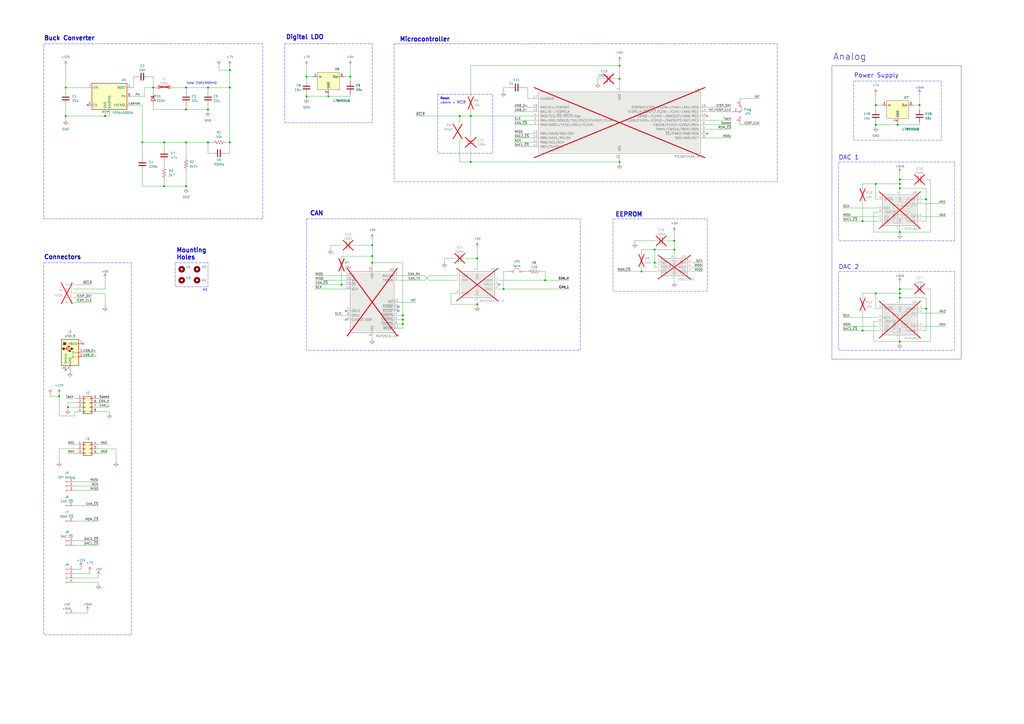
<source format=kicad_sch>
(kicad_sch (version 20250114) (generator "eeschema") (generator_version "9.0")
  (paper "A2")
  (title_block (title "CAN Gauge Interface") (date "2025-10-01") (rev "0.2") (company "Sam Anthony"))
  (rectangle (start 25.4 25.4) (end 152.4 127) (stroke (width 0) (type dash)))
  (rectangle (start 495.3 46.99) (end 546.1 81.28) (stroke (width 0) (type dash)))
  (rectangle (start 355.6 127) (end 410.21 168.91) (stroke (width 0) (type dash)))
  (rectangle (start 101.6 152.3999) (end 120.65 166.3699) (stroke (width 0) (type dash)))
  (rectangle (start 165.1 25.4) (end 215.9 71.12) (stroke (width 0) (type dash)))
  (rectangle (start 254 54.61) (end 285.75 88.9) (stroke (width 0) (type dash)))
  (rectangle (start 486.41 157.48) (end 553.72 203.2) (stroke (width 0) (type dash)))
  (rectangle (start 177.8 127) (end 336.55 203.2) (stroke (width 0) (type dash)))
  (rectangle (start 25.4 152.4) (end 76.2 368.3) (stroke (width 0) (type dash)))
  (rectangle (start 486.41 93.98) (end 553.72 139.7) (stroke (width 0) (type dash)))
  (rectangle (start 228.6 25.4) (end 450.85 105.41) (stroke (width 0) (type dash)))
  (rectangle (start 482.6 38.1) (end 557.53 208.28))
  (text "Connectors" (at 25.4 149.225 0) (effects (font (size 2.54 2.54) (thickness 0.508) (bold yes)) (justify left)))
  (text "Power Supply" (at 495.3 43.815 0) (effects (font (size 2.54 2.54) (thickness 0.254) (bold yes)) (justify left)))
  (text "Buck Converter" (at 25.4 22.225 0) (effects (font (size 2.54 2.54) (thickness 0.508) (bold yes)) (justify left)))
  (text "Total ESR≤550mΩ" (at 107.95 48.26 0) (effects (font (size 1.27 1.27)) (justify left)))
  (text "CAN" (at 179.705 123.825 0) (effects (font (size 2.54 2.54) (thickness 0.508) (bold yes)) (justify left)))
  (text "Reset" (at 255.27 57.15 0) (effects (font (size 1.27 1.27) (thickness 0.254) (bold yes)) (justify left)))
  (text "Mounting\nHoles" (at 102.235 147.3199 0) (effects (font (size 2.54 2.54) (thickness 0.508) (bold yes)) (justify left)))
  (text "M3\n" (at 117.475 168.2749 0) (effects (font (size 1.27 1.27)) (justify left)))
  (text "EEPROM" (at 356.87 124.46 0) (effects (font (size 2.54 2.54) (thickness 0.508) (bold yes)) (justify left)))
  (text "Digital LDO" (at 165.735 21.59 0) (effects (font (size 2.54 2.54) (thickness 0.508) (bold yes)) (justify left)))
  (text "≤6mm ↔ ~{MCLR}" (at 255.27 59.69 0) (effects (font (size 1.27 1.27)) (justify left)))
  (text "DAC 1" (at 486.41 91.44 0) (effects (font (size 2.54 2.54) (thickness 0.254) (bold yes)) (justify left)))
  (text "Microcontroller" (at 231.775 22.86 0) (effects (font (size 2.54 2.54) (thickness 0.508) (bold yes)) (justify left)))
  (text "Analog" (at 483.235 33.02 0) (effects (font (size 3.81 3.81) (thickness 0.254) (bold yes)) (justify left)))
  (text "DAC 2" (at 486.41 154.94 0) (effects (font (size 2.54 2.54) (thickness 0.254) (bold yes)) (justify left)))
  (junction (at 38.1 50.8))
  (junction (at 120.65 50.8))
  (junction (at 39.37 236.22))
  (junction (at 521.97 170.18))
  (junction (at 120.65 63.5))
  (junction (at 521.97 172.72))
  (junction (at 391.16 144.78))
  (junction (at 521.97 104.14))
  (junction (at 233.68 185.42))
  (junction (at 533.4 60.96))
  (junction (at 508 170.18))
  (junction (at 391.16 139.7))
  (junction (at 537.21 115.57))
  (junction (at 60.96 67.31))
  (junction (at 500.38 191.77))
  (junction (at 107.95 82.55))
  (junction (at 34.29 229.87))
  (junction (at 359.41 38.1))
  (junction (at 203.2 44.45))
  (junction (at 107.95 63.5))
  (junction (at 273.05 93.98))
  (junction (at 177.8 55.88))
  (junction (at 233.68 182.88))
  (junction (at 359.41 45.72))
  (junction (at 120.65 82.55))
  (junction (at 266.7 67.31))
  (junction (at 500.38 128.27))
  (junction (at 88.9 50.8))
  (junction (at 521.97 134.62))
  (junction (at 95.25 107.95))
  (junction (at 82.55 82.55))
  (junction (at 38.1 67.31))
  (junction (at 359.41 93.98))
  (junction (at 107.95 107.95))
  (junction (at 215.9 142.24))
  (junction (at 521.97 106.68))
  (junction (at 521.97 198.12))
  (junction (at 537.21 179.07))
  (junction (at 95.25 82.55))
  (junction (at 276.86 176.53))
  (junction (at 133.35 40.64))
  (junction (at 508 60.96))
  (junction (at 215.9 152.4))
  (junction (at 276.86 149.86))
  (junction (at 316.23 162.56))
  (junction (at 379.73 152.4))
  (junction (at 133.35 50.8))
  (junction (at 521.97 167.64))
  (junction (at 372.11 157.48))
  (junction (at 215.9 148.59))
  (junction (at 508 106.68))
  (junction (at 190.5 55.88))
  (junction (at 198.12 165.1))
  (junction (at 508 72.39))
  (junction (at 379.73 144.78))
  (junction (at 133.35 82.55))
  (junction (at 520.7 72.39))
  (junction (at 521.97 109.22))
  (junction (at 177.8 44.45))
  (junction (at 107.95 50.8))
  (junction (at 273.05 67.31))
  (junction (at 233.68 187.96))
  (junction (at 292.1 167.64))
  (no_connect (at 231.14 177.8))
  (no_connect (at 38.1 214.63))
  (no_connect (at 48.26 199.39))
  (no_connect (at 410.21 67.31))
  (no_connect (at 200.66 185.42))
  (no_connect (at 50.8 60.96))
  (no_connect (at 289.56 165.1))
  (no_connect (at 200.66 180.34))
  (no_connect (at 410.21 77.47))
  (no_connect (at 231.14 180.34))
  (wire (pts (xy 231.14 162.56) (xy 246.38 162.56)))
  (wire (pts (xy 203.2 55.88) (xy 203.2 54.61)))
  (wire (pts (xy 215.9 142.24) (xy 215.9 148.59)))
  (wire (pts (xy 506.73 186.69) (xy 509.27 186.69)))
  (wire (pts (xy 292.1 157.48) (xy 294.64 157.48)))
  (wire (pts (xy 44.45 260.35) (xy 34.29 260.35)))
  (wire (pts (xy 48.26 204.47) (xy 55.88 204.47)))
  (wire (pts (xy 233.68 187.96) (xy 233.68 185.42)))
  (wire (pts (xy 506.73 123.19) (xy 509.27 123.19)))
  (wire (pts (xy 231.14 187.96) (xy 233.68 187.96)))
  (wire (pts (xy 289.56 167.64) (xy 292.1 167.64)))
  (wire (pts (xy 273.05 55.88) (xy 273.05 38.1)))
  (wire (pts (xy 266.7 67.31) (xy 266.7 71.12)))
  (wire (pts (xy 521.97 172.72) (xy 521.97 173.99)))
  (wire (pts (xy 215.9 195.58) (xy 215.9 196.85)))
  (wire (pts (xy 60.96 167.64) (xy 60.96 161.29)))
  (wire (pts (xy 266.7 67.31) (xy 273.05 67.31)))
  (wire (pts (xy 381 152.4) (xy 379.73 152.4)))
  (wire (pts (xy 508 71.12) (xy 508 72.39)))
  (wire (pts (xy 38.1 38.1) (xy 38.1 50.8)))
  (wire (pts (xy 262.89 149.86) (xy 257.81 149.86)))
  (wire (pts (xy 508 179.07) (xy 508 170.18)))
  (wire (pts (xy 177.8 55.88) (xy 190.5 55.88)))
  (wire (pts (xy 500.38 191.77) (xy 509.27 191.77)))
  (wire (pts (xy 372.11 144.78) (xy 379.73 144.78)))
  (wire (pts (xy 534.67 128.27) (xy 537.21 128.27)))
  (wire (pts (xy 488.95 184.15) (xy 509.27 184.15)))
  (wire (pts (xy 120.65 50.8) (xy 133.35 50.8)))
  (wire (pts (xy 521.97 196.85) (xy 521.97 198.12)))
  (wire (pts (xy 82.55 91.44) (xy 82.55 82.55)))
  (wire (pts (xy 233.68 185.42) (xy 233.68 182.88)))
  (wire (pts (xy 123.19 82.55) (xy 120.65 82.55)))
  (wire (pts (xy 521.97 198.12) (xy 521.97 199.39)))
  (wire (pts (xy 537.21 172.72) (xy 521.97 172.72)))
  (wire (pts (xy 410.21 64.77) (xy 425.45 64.77)))
  (wire (pts (xy 34.29 241.3) (xy 34.29 229.87)))
  (wire (pts (xy 198.12 165.1) (xy 198.12 157.48)))
  (wire (pts (xy 57.15 260.35) (xy 67.31 260.35)))
  (wire (pts (xy 52.07 332.74) (xy 52.07 331.47)))
  (wire (pts (xy 203.2 46.99) (xy 203.2 44.45)))
  (wire (pts (xy 39.37 236.22) (xy 39.37 237.49)))
  (wire (pts (xy 38.1 50.8) (xy 38.1 53.34)))
  (wire (pts (xy 43.18 293.37) (xy 57.15 293.37)))
  (wire (pts (xy 57.15 233.68) (xy 63.5 233.68)))
  (wire (pts (xy 298.45 82.55) (xy 308.61 82.55)))
  (wire (pts (xy 506.73 134.62) (xy 521.97 134.62)))
  (wire (pts (xy 82.55 60.96) (xy 82.55 82.55)))
  (wire (pts (xy 534.67 181.61) (xy 548.64 181.61)))
  (wire (pts (xy 203.2 44.45) (xy 199.39 44.45)))
  (wire (pts (xy 539.75 134.62) (xy 521.97 134.62)))
  (wire (pts (xy 182.88 165.1) (xy 198.12 165.1)))
  (wire (pts (xy 511.81 60.96) (xy 508 60.96)))
  (wire (pts (xy 43.18 302.26) (xy 57.15 302.26)))
  (wire (pts (xy 429.26 71.12) (xy 429.26 72.39)))
  (wire (pts (xy 95.25 93.98) (xy 95.25 96.52)))
  (wire (pts (xy 509.27 115.57) (xy 508 115.57)))
  (wire (pts (xy 508 72.39) (xy 520.7 72.39)))
  (wire (pts (xy 534.67 118.11) (xy 548.64 118.11)))
  (wire (pts (xy 88.9 63.5) (xy 107.95 63.5)))
  (wire (pts (xy 298.45 69.85) (xy 308.61 69.85)))
  (wire (pts (xy 182.88 160.02) (xy 200.66 160.02)))
  (wire (pts (xy 537.21 109.22) (xy 537.21 115.57)))
  (wire (pts (xy 410.21 62.23) (xy 424.18 62.23)))
  (wire (pts (xy 508 106.68) (xy 521.97 106.68)))
  (wire (pts (xy 410.21 74.93) (xy 424.18 74.93)))
  (wire (pts (xy 508 115.57) (xy 508 106.68)))
  (wire (pts (xy 537.21 172.72) (xy 537.21 179.07)))
  (wire (pts (xy 194.31 182.88) (xy 200.66 182.88)))
  (wire (pts (xy 46.99 330.2) (xy 46.99 328.93)))
  (wire (pts (xy 488.95 189.23) (xy 509.27 189.23)))
  (wire (pts (xy 203.2 38.1) (xy 203.2 44.45)))
  (wire (pts (xy 520.7 72.39) (xy 520.7 71.12)))
  (wire (pts (xy 372.11 147.32) (xy 372.11 144.78)))
  (wire (pts (xy 177.8 54.61) (xy 177.8 55.88)))
  (wire (pts (xy 359.41 45.72) (xy 356.87 45.72)))
  (wire (pts (xy 57.15 236.22) (xy 63.5 236.22)))
  (wire (pts (xy 359.41 49.53) (xy 359.41 45.72)))
  (wire (pts (xy 215.9 148.59) (xy 215.9 152.4)))
  (wire (pts (xy 82.55 107.95) (xy 95.25 107.95)))
  (wire (pts (xy 107.95 82.55) (xy 95.25 82.55)))
  (wire (pts (xy 241.3 67.31) (xy 266.7 67.31)))
  (wire (pts (xy 429.26 58.42) (xy 429.26 57.15)))
  (wire (pts (xy 521.97 167.64) (xy 521.97 170.18)))
  (wire (pts (xy 506.73 134.62) (xy 506.73 123.19)))
  (wire (pts (xy 107.95 82.55) (xy 107.95 91.44)))
  (wire (pts (xy 534.67 189.23) (xy 548.64 189.23)))
  (wire (pts (xy 50.8 355.6) (xy 50.8 354.33)))
  (wire (pts (xy 43.18 165.1) (xy 53.34 165.1)))
  (wire (pts (xy 191.77 142.24) (xy 191.77 144.78)))
  (wire (pts (xy 120.65 82.55) (xy 107.95 82.55)))
  (wire (pts (xy 57.15 238.76) (xy 63.5 238.76)))
  (wire (pts (xy 39.37 236.22) (xy 44.45 236.22)))
  (wire (pts (xy 521.97 163.83) (xy 521.97 167.64)))
  (wire (pts (xy 539.75 167.64) (xy 539.75 198.12)))
  (wire (pts (xy 133.35 50.8) (xy 133.35 82.55)))
  (wire (pts (xy 60.96 170.18) (xy 60.96 177.8)))
  (wire (pts (xy 308.61 57.15) (xy 306.07 57.15)))
  (wire (pts (xy 539.75 104.14) (xy 539.75 134.62)))
  (wire (pts (xy 379.73 154.94) (xy 379.73 152.4)))
  (wire (pts (xy 537.21 109.22) (xy 521.97 109.22)))
  (wire (pts (xy 44.45 233.68) (xy 39.37 233.68)))
  (wire (pts (xy 57.15 337.82) (xy 57.15 339.09)))
  (wire (pts (xy 379.73 144.78) (xy 391.16 144.78)))
  (wire (pts (xy 177.8 55.88) (xy 177.8 57.15)))
  (wire (pts (xy 372.11 157.48) (xy 372.11 154.94)))
  (wire (pts (xy 67.31 260.35) (xy 67.31 267.97)))
  (wire (pts (xy 38.1 67.31) (xy 38.1 69.85)))
  (wire (pts (xy 391.16 139.7) (xy 391.16 144.78)))
  (wire (pts (xy 401.32 157.48) (xy 407.67 157.48)))
  (wire (pts (xy 306.07 50.8) (xy 303.53 50.8)))
  (wire (pts (xy 533.4 54.61) (xy 533.4 60.96)))
  (wire (pts (xy 107.95 50.8) (xy 120.65 50.8)))
  (wire (pts (xy 88.9 44.45) (xy 88.9 50.8)))
  (wire (pts (xy 270.51 149.86) (xy 276.86 149.86)))
  (wire (pts (xy 76.2 60.96) (xy 82.55 60.96)))
  (wire (pts (xy 88.9 60.96) (xy 88.9 63.5)))
  (wire (pts (xy 410.21 80.01) (xy 424.18 80.01)))
  (wire (pts (xy 198.12 149.86) (xy 198.12 148.59)))
  (wire (pts (xy 306.07 57.15) (xy 306.07 50.8)))
  (wire (pts (xy 107.95 63.5) (xy 120.65 63.5)))
  (wire (pts (xy 429.26 57.15) (xy 440.69 57.15)))
  (wire (pts (xy 190.5 55.88) (xy 190.5 54.61)))
  (wire (pts (xy 292.1 50.8) (xy 292.1 53.34)))
  (wire (pts (xy 57.15 262.89) (xy 62.23 262.89)))
  (wire (pts (xy 500.38 106.68) (xy 508 106.68)))
  (wire (pts (xy 99.06 50.8) (xy 107.95 50.8)))
  (wire (pts (xy 44.45 238.76) (xy 43.18 238.76)))
  (wire (pts (xy 107.95 60.96) (xy 107.95 63.5)))
  (wire (pts (xy 88.9 53.34) (xy 88.9 50.8)))
  (wire (pts (xy 257.81 149.86) (xy 257.81 152.4)))
  (wire (pts (xy 316.23 157.48) (xy 316.23 162.56)))
  (wire (pts (xy 39.37 257.81) (xy 44.45 257.81)))
  (wire (pts (xy 120.65 82.55) (xy 120.65 88.9)))
  (wire (pts (xy 43.18 335.28) (xy 57.15 335.28)))
  (wire (pts (xy 298.45 80.01) (xy 308.61 80.01)))
  (wire (pts (xy 107.95 107.95) (xy 107.95 109.22)))
  (wire (pts (xy 63.5 238.76) (xy 63.5 240.03)))
  (wire (pts (xy 133.35 82.55) (xy 133.35 88.9)))
  (wire (pts (xy 233.68 152.4) (xy 233.68 182.88)))
  (wire (pts (xy 298.45 85.09) (xy 308.61 85.09)))
  (wire (pts (xy 95.25 107.95) (xy 107.95 107.95)))
  (wire (pts (xy 43.18 316.23) (xy 57.15 316.23)))
  (wire (pts (xy 127 40.64) (xy 133.35 40.64)))
  (wire (pts (xy 233.68 152.4) (xy 215.9 152.4)))
  (wire (pts (xy 120.65 50.8) (xy 120.65 53.34)))
  (wire (pts (xy 521.97 109.22) (xy 521.97 110.49)))
  (wire (pts (xy 298.45 77.47) (xy 308.61 77.47)))
  (wire (pts (xy 200.66 165.1) (xy 198.12 165.1)))
  (wire (pts (xy 316.23 162.56) (xy 330.2 162.56)))
  (wire (pts (xy 539.75 198.12) (xy 521.97 198.12)))
  (wire (pts (xy 198.12 148.59) (xy 215.9 148.59)))
  (wire (pts (xy 29.21 228.6) (xy 29.21 229.87)))
  (wire (pts (xy 120.65 63.5) (xy 120.65 60.96)))
  (wire (pts (xy 298.45 72.39) (xy 308.61 72.39)))
  (wire (pts (xy 107.95 107.95) (xy 107.95 99.06)))
  (wire (pts (xy 177.8 38.1) (xy 177.8 44.45)))
  (wire (pts (xy 537.21 179.07) (xy 537.21 191.77)))
  (wire (pts (xy 521.97 100.33) (xy 521.97 104.14)))
  (wire (pts (xy 231.14 190.5) (xy 233.68 190.5)))
  (wire (pts (xy 29.21 229.87) (xy 34.29 229.87)))
  (wire (pts (xy 304.8 157.48) (xy 306.07 157.48)))
  (wire (pts (xy 358.14 157.48) (xy 372.11 157.48)))
  (wire (pts (xy 107.95 50.8) (xy 107.95 53.34)))
  (wire (pts (xy 506.73 198.12) (xy 521.97 198.12)))
  (wire (pts (xy 295.91 50.8) (xy 292.1 50.8)))
  (wire (pts (xy 521.97 104.14) (xy 529.59 104.14)))
  (wire (pts (xy 43.18 284.48) (xy 57.15 284.48)))
  (wire (pts (xy 43.18 281.94) (xy 57.15 281.94)))
  (wire (pts (xy 521.97 170.18) (xy 521.97 172.72)))
  (wire (pts (xy 500.38 172.72) (xy 500.38 170.18)))
  (wire (pts (xy 43.18 238.76) (xy 43.18 241.3)))
  (wire (pts (xy 57.15 231.14) (xy 63.5 231.14)))
  (wire (pts (xy 60.96 67.31) (xy 60.96 66.04)))
  (wire (pts (xy 43.18 241.3) (xy 34.29 241.3)))
  (wire (pts (xy 133.35 40.64) (xy 133.35 50.8)))
  (wire (pts (xy 82.55 82.55) (xy 95.25 82.55)))
  (wire (pts (xy 534.67 179.07) (xy 537.21 179.07)))
  (wire (pts (xy 500.38 170.18) (xy 508 170.18)))
  (wire (pts (xy 298.45 64.77) (xy 308.61 64.77)))
  (wire (pts (xy 500.38 128.27) (xy 509.27 128.27)))
  (wire (pts (xy 359.41 38.1) (xy 359.41 45.72)))
  (wire (pts (xy 401.32 154.94) (xy 407.67 154.94)))
  (wire (pts (xy 120.65 63.5) (xy 120.65 64.77)))
  (wire (pts (xy 521.97 106.68) (xy 521.97 109.22)))
  (wire (pts (xy 57.15 257.81) (xy 62.23 257.81)))
  (wire (pts (xy 359.41 93.98) (xy 359.41 95.25)))
  (wire (pts (xy 273.05 93.98) (xy 273.05 86.36)))
  (wire (pts (xy 76.2 50.8) (xy 77.47 50.8)))
  (wire (pts (xy 508 170.18) (xy 521.97 170.18)))
  (wire (pts (xy 276.86 176.53) (xy 276.86 177.8)))
  (wire (pts (xy 248.92 160.02) (xy 246.38 162.56)))
  (wire (pts (xy 273.05 93.98) (xy 266.7 93.98)))
  (wire (pts (xy 38.1 60.96) (xy 38.1 67.31)))
  (wire (pts (xy 43.18 332.74) (xy 52.07 332.74)))
  (wire (pts (xy 57.15 335.28) (xy 57.15 334.01)))
  (wire (pts (xy 39.37 233.68) (xy 39.37 236.22)))
  (wire (pts (xy 500.38 116.84) (xy 500.38 128.27)))
  (wire (pts (xy 346.71 45.72) (xy 349.25 45.72)))
  (wire (pts (xy 391.16 162.56) (xy 391.16 163.83)))
  (wire (pts (xy 34.29 260.35) (xy 34.29 267.97)))
  (wire (pts (xy 38.1 231.14) (xy 44.45 231.14)))
  (wire (pts (xy 231.14 182.88) (xy 233.68 182.88)))
  (wire (pts (xy 130.81 82.55) (xy 133.35 82.55)))
  (wire (pts (xy 391.16 144.78) (xy 391.16 147.32)))
  (wire (pts (xy 379.73 144.78) (xy 379.73 152.4)))
  (wire (pts (xy 266.7 93.98) (xy 266.7 81.28)))
  (wire (pts (xy 88.9 50.8) (xy 91.44 50.8)))
  (wire (pts (xy 521.97 134.62) (xy 521.97 135.89)))
  (wire (pts (xy 43.18 337.82) (xy 57.15 337.82)))
  (wire (pts (xy 508 60.96) (xy 508 63.5)))
  (wire (pts (xy 313.69 157.48) (xy 316.23 157.48)))
  (wire (pts (xy 488.95 191.77) (xy 500.38 191.77)))
  (wire (pts (xy 276.86 175.26) (xy 276.86 176.53)))
  (wire (pts (xy 43.18 313.69) (xy 57.15 313.69)))
  (wire (pts (xy 63.5 66.04) (xy 63.5 67.31)))
  (wire (pts (xy 508 72.39) (xy 508 73.66)))
  (wire (pts (xy 506.73 198.12) (xy 506.73 186.69)))
  (wire (pts (xy 429.26 72.39) (xy 440.69 72.39)))
  (wire (pts (xy 292.1 167.64) (xy 292.1 157.48)))
  (wire (pts (xy 508 54.61) (xy 508 60.96)))
  (wire (pts (xy 182.88 167.64) (xy 200.66 167.64)))
  (wire (pts (xy 43.18 355.6) (xy 50.8 355.6)))
  (wire (pts (xy 133.35 88.9) (xy 130.81 88.9)))
  (wire (pts (xy 387.35 139.7) (xy 391.16 139.7)))
  (wire (pts (xy 410.21 72.39) (xy 424.18 72.39)))
  (wire (pts (xy 391.16 134.62) (xy 391.16 139.7)))
  (wire (pts (xy 537.21 104.14) (xy 539.75 104.14)))
  (wire (pts (xy 273.05 67.31) (xy 308.61 67.31)))
  (wire (pts (xy 198.12 142.24) (xy 191.77 142.24)))
  (wire (pts (xy 261.62 170.18) (xy 264.16 170.18)))
  (wire (pts (xy 215.9 138.43) (xy 215.9 142.24)))
  (wire (pts (xy 273.05 38.1) (xy 359.41 38.1)))
  (wire (pts (xy 521.97 104.14) (xy 521.97 106.68)))
  (wire (pts (xy 43.18 167.64) (xy 60.96 167.64)))
  (wire (pts (xy 534.67 115.57) (xy 537.21 115.57)))
  (wire (pts (xy 289.56 162.56) (xy 316.23 162.56)))
  (wire (pts (xy 359.41 92.71) (xy 359.41 93.98)))
  (wire (pts (xy 95.25 104.14) (xy 95.25 107.95)))
  (wire (pts (xy 77.47 44.45) (xy 78.74 44.45)))
  (wire (pts (xy 77.47 50.8) (xy 77.47 44.45)))
  (wire (pts (xy 133.35 38.1) (xy 133.35 40.64)))
  (wire (pts (xy 83.82 50.8) (xy 88.9 50.8)))
  (wire (pts (xy 533.4 72.39) (xy 533.4 71.12)))
  (wire (pts (xy 76.2 55.88) (xy 83.82 55.88)))
  (wire (pts (xy 82.55 99.06) (xy 82.55 107.95)))
  (wire (pts (xy 43.18 170.18) (xy 60.96 170.18)))
  (wire (pts (xy 177.8 44.45) (xy 177.8 46.99)))
  (wire (pts (xy 120.65 88.9) (xy 123.19 88.9)))
  (wire (pts (xy 215.9 152.4) (xy 215.9 154.94)))
  (wire (pts (xy 401.32 152.4) (xy 407.67 152.4)))
  (wire (pts (xy 190.5 55.88) (xy 203.2 55.88)))
  (wire (pts (xy 48.26 207.01) (xy 55.88 207.01)))
  (wire (pts (xy 410.21 69.85) (xy 424.18 69.85)))
  (wire (pts (xy 261.62 176.53) (xy 261.62 170.18)))
  (wire (pts (xy 34.29 229.87) (xy 34.29 228.6)))
  (wire (pts (xy 63.5 67.31) (xy 60.96 67.31)))
  (wire (pts (xy 43.18 175.26) (xy 53.34 175.26)))
  (wire (pts (xy 181.61 44.45) (xy 177.8 44.45)))
  (wire (pts (xy 381 154.94) (xy 379.73 154.94)))
  (wire (pts (xy 534.67 125.73) (xy 548.64 125.73)))
  (wire (pts (xy 205.74 142.24) (xy 215.9 142.24)))
  (wire (pts (xy 231.14 160.02) (xy 246.38 160.02)))
  (wire (pts (xy 500.38 109.22) (xy 500.38 106.68)))
  (wire (pts (xy 500.38 180.34) (xy 500.38 191.77)))
  (wire (pts (xy 276.86 176.53) (xy 261.62 176.53)))
  (wire (pts (xy 40.64 214.63) (xy 40.64 215.9)))
  (wire (pts (xy 346.71 48.26) (xy 346.71 45.72)))
  (wire (pts (xy 534.67 191.77) (xy 537.21 191.77)))
  (wire (pts (xy 43.18 279.4) (xy 57.15 279.4)))
  (wire (pts (xy 488.95 128.27) (xy 500.38 128.27)))
  (wire (pts (xy 368.3 139.7) (xy 368.3 140.97)))
  (wire (pts (xy 60.96 67.31) (xy 38.1 67.31)))
  (wire (pts (xy 368.3 139.7) (xy 379.73 139.7)))
  (wire (pts (xy 38.1 50.8) (xy 50.8 50.8)))
  (wire (pts (xy 509.27 179.07) (xy 508 179.07)))
  (wire (pts (xy 359.41 35.56) (xy 359.41 38.1)))
  (wire (pts (xy 276.86 143.51) (xy 276.86 149.86)))
  (wire (pts (xy 381 157.48) (xy 372.11 157.48)))
  (wire (pts (xy 83.82 55.88) (xy 83.82 50.8)))
  (wire (pts (xy 233.68 190.5) (xy 233.68 187.96)))
  (wire (pts (xy 537.21 167.64) (xy 539.75 167.64)))
  (wire (pts (xy 521.97 167.64) (xy 529.59 167.64)))
  (wire (pts (xy 488.95 125.73) (xy 509.27 125.73)))
  (wire (pts (xy 292.1 167.64) (xy 330.2 167.64)))
  (wire (pts (xy 231.14 175.26) (xy 241.3 175.26)))
  (wire (pts (xy 39.37 262.89) (xy 44.45 262.89)))
  (wire (pts (xy 231.14 185.42) (xy 233.68 185.42)))
  (wire (pts (xy 521.97 133.35) (xy 521.97 134.62)))
  (wire (pts (xy 298.45 62.23) (xy 308.61 62.23)))
  (wire (pts (xy 248.92 162.56) (xy 264.16 162.56)))
  (wire (pts (xy 488.95 120.65) (xy 509.27 120.65)))
  (wire (pts (xy 182.88 162.56) (xy 200.66 162.56)))
  (wire (pts (xy 533.4 63.5) (xy 533.4 60.96)))
  (wire (pts (xy 248.92 160.02) (xy 264.16 160.02)))
  (wire (pts (xy 246.38 160.02) (xy 248.92 162.56)))
  (wire (pts (xy 43.18 330.2) (xy 46.99 330.2)))
  (wire (pts (xy 273.05 67.31) (xy 273.05 78.74)))
  (wire (pts (xy 537.21 115.57) (xy 537.21 128.27)))
  (wire (pts (xy 273.05 63.5) (xy 273.05 67.31)))
  (wire (pts (xy 43.18 172.72) (xy 53.34 172.72)))
  (wire (pts (xy 127 38.1) (xy 127 40.64)))
  (wire (pts (xy 86.36 44.45) (xy 88.9 44.45)))
  (wire (pts (xy 359.41 93.98) (xy 273.05 93.98)))
  (wire (pts (xy 520.7 72.39) (xy 533.4 72.39)))
  (wire (pts (xy 276.86 149.86) (xy 276.86 154.94)))
  (wire (pts (xy 95.25 82.55) (xy 95.25 86.36)))
  (wire (pts (xy 533.4 60.96) (xy 529.59 60.96)))
  (label "DAC1_~{CS}" (at 488.95 128.27 0))
  (label "MISO" (at 57.15 284.48 180))
  (label "CAN_H" (at 330.2 162.56 180) (effects (font (thickness 0.254) (bold yes))))
  (label "SCK" (at 407.67 152.4 180) (effects (font (thickness 0.1588))))
  (label "Speed" (at 63.5 231.14 180) (effects (font (thickness 0.1588))))
  (label "CLK" (at 298.45 69.85 0))
  (label "MOSI" (at 424.18 80.01 180) (effects (font (thickness 0.1588))))
  (label "ICSP_DAT" (at 424.18 62.23 180))
  (label "CAN_L" (at 63.5 236.22 180))
  (label "ROM_~{CS}" (at 358.14 157.48 0) (effects (font (thickness 0.1588))))
  (label "MOSI" (at 182.88 160.02 0) (effects (font (thickness 0.1588))))
  (label "DAC1_~{CS}" (at 298.45 85.09 0))
  (label "AN3" (at 62.23 262.89 180) (effects (font (thickness 0.1588))))
  (label "Speed" (at 424.18 72.39 180))
  (label "AN1" (at 548.64 118.11 180))
  (label "CAN_~{CS}" (at 298.45 72.39 0))
  (label "CAN_~{CS}" (at 57.15 293.37 180))
  (label "sense" (at 81.28 60.96 180))
  (label "INT" (at 440.69 57.15 180))
  (label "CLK" (at 194.31 182.88 0))
  (label "MISO" (at 407.67 157.48 180) (effects (font (thickness 0.1588))))
  (label "INT" (at 241.3 175.26 180) (effects (font (thickness 0.1588))))
  (label "MOSI" (at 407.67 154.94 180) (effects (font (thickness 0.1588))))
  (label "ICSP_CLK" (at 53.34 175.26 180))
  (label "AN2" (at 62.23 257.81 180) (effects (font (thickness 0.1588))))
  (label "SCK" (at 298.45 82.55 0) (effects (font (thickness 0.1588))))
  (label "Tach" (at 38.1 231.14 0) (effects (font (thickness 0.1588))))
  (label "CAN_~{CS}" (at 182.88 165.1 0) (effects (font (thickness 0.1588))))
  (label "ICSP_CLK" (at 440.69 72.39 180))
  (label "USB_D+" (at 298.45 62.23 0))
  (label "SCK" (at 488.95 184.15 0) (effects (font (thickness 0.1588))))
  (label "ROM_~{CS}" (at 57.15 302.26 180))
  (label "AN1" (at 39.37 257.81 0) (effects (font (thickness 0.1588))))
  (label "DAC2_~{CS}" (at 298.45 80.01 0))
  (label "USB_D-" (at 298.45 64.77 0))
  (label "INT{slash}ICSP_CLK" (at 424.18 64.77 180))
  (label "SCK" (at 57.15 281.94 180))
  (label "AN4" (at 39.37 262.89 0) (effects (font (thickness 0.1588))))
  (label "MOSI" (at 488.95 125.73 0))
  (label "PH" (at 81.28 55.88 180))
  (label "AN4" (at 548.64 189.23 180))
  (label "MISO" (at 182.88 162.56 0) (effects (font (thickness 0.1588))))
  (label "DAC1_~{CS}" (at 57.15 316.23 180))
  (label "MOSI" (at 57.15 279.4 180))
  (label "AN3" (at 548.64 181.61 180))
  (label "DAC2_~{CS}" (at 57.15 313.69 180))
  (label "USB_D-" (at 55.88 207.01 180))
  (label "AN2" (at 548.64 125.73 180))
  (label "USB_D+" (at 55.88 204.47 180))
  (label "SCK" (at 182.88 167.64 0) (effects (font (thickness 0.1588))))
  (label "Tach" (at 424.18 69.85 180))
  (label "ROM_~{CS}" (at 424.18 74.93 180))
  (label "ICSP_DAT" (at 53.34 172.72 180))
  (label "CAN_RX" (at 243.84 160.02 180))
  (label "~{MCLR}" (at 53.34 165.1 180))
  (label "MISO" (at 298.45 77.47 0) (effects (font (thickness 0.1588))))
  (label "~{MCLR}" (at 241.3 67.31 0))
  (label "MOSI" (at 488.95 189.23 0))
  (label "CAN_L" (at 330.2 167.64 180) (effects (font (thickness 0.254) (bold yes))))
  (label "SCK" (at 488.95 120.65 0) (effects (font (thickness 0.1588))))
  (label "DAC2_~{CS}" (at 488.95 191.77 0))
  (label "CAN_TX" (at 243.84 162.56 180))
  (label "CAN_H" (at 63.5 233.68 180) (effects (font (thickness 0.1588))))
  (symbol (lib_id "power:GND") (at 107.95 109.22 0) (unit 1)
    (property "Reference" "#PWR012" (effects (hide yes)))
    (property "Value" "GND" (at 107.95 114.3 0))
    (property "Description" "Power symbol creates a global label with name \"GND\" , ground" (effects (hide yes)))
  )
  (symbol (lib_id "power:GND") (at 215.9 196.85 0) (unit 1)
    (property "Reference" "#PWR028" (effects (hide yes)))
    (property "Value" "GND" (effects (hide yes)))
    (property "Description" "Power symbol creates a global label with name \"GND\" , ground" (effects (hide yes)))
  )
  (symbol (lib_id "Device:C") (at 107.95 57.15 0) (unit 1)
    (property "Reference" "C3" (at 111.125 55.88 0) (effects (justify left)))
    (property "Value" "22u" (at 111.125 58.42 0) (effects (justify left)))
    (property "Footprint" "Capacitor_SMD:C_1206_3216Metric" (effects (hide yes)))
    (property "Description" "Unpolarized capacitor" (effects (hide yes)))
  )
  (symbol (lib_id "power:GND") (at 120.65 64.77 0) (unit 1)
    (property "Reference" "#PWR04" (effects (hide yes)))
    (property "Value" "GND" (at 120.65 69.85 0))
    (property "Description" "Power symbol creates a global label with name \"GND\" , ground" (effects (hide yes)))
  )
  (symbol (lib_id "Device:C") (at 95.25 90.17 0) (unit 1)
    (property "Reference" "C7" (at 99.06 88.8999 0) (effects (justify left)))
    (property "Value" "47n" (at 99.06 91.4399 0) (effects (justify left)))
    (property "Footprint" "Capacitor_SMD:C_0805_2012Metric" (effects (hide yes)))
    (property "Description" "Unpolarized capacitor" (effects (hide yes)))
  )
  (symbol (lib_id "power:GND") (at 57.15 339.09 0) (unit 1)
    (property "Reference" "#PWR039" (effects (hide yes)))
    (property "Value" "GND" (effects (hide yes)))
    (property "Description" "Power symbol creates a global label with name \"GND\" , ground" (effects (hide yes)))
  )
  (symbol (lib_id "power:+7.5V") (at 52.07 331.47 0) (unit 1)
    (property "Reference" "#PWR013" (effects (hide yes)))
    (property "Value" "+7V" (at 52.07 326.39 0))
    (property "Description" "Power symbol creates a global label with name \"+7.5V\"" (effects (hide yes)))
  )
  (symbol (lib_id "power:+12V") (at 34.29 228.6 0) (unit 1)
    (property "Reference" "#PWR029" (effects (hide yes)))
    (property "Value" "+12V" (at 34.29 223.52 0))
    (property "Description" "Power symbol creates a global label with name \"+12V\"" (effects (hide yes)))
  )
  (symbol (lib_id "power:GND") (at 508 73.66 0) (unit 1)
    (property "Reference" "#PWR046" (effects (hide yes)))
    (property "Value" "GND" (at 508 78.74 0))
    (property "Description" "Power symbol creates a global label with name \"GND\" , ground" (effects (hide yes)))
  )
  (symbol (lib_id "power:GND") (at 63.5 240.03 0) (unit 1)
    (property "Reference" "#PWR033" (effects (hide yes)))
    (property "Value" "GND" (effects (hide yes)))
    (property "Description" "Power symbol creates a global label with name \"GND\" , ground" (effects (hide yes)))
  )
  (symbol (lib_id "power:+5V") (at 203.2 38.1 0) (unit 1)
    (property "Reference" "#PWR044" (effects (hide yes)))
    (property "Value" "+5V" (at 203.2 33.02 0))
    (property "Description" "Power symbol creates a global label with name \"+5V\"" (effects (hide yes)))
  )
  (symbol (lib_id "Device:C") (at 383.54 139.7 90) (unit 1) (dnp yes)
    (property "Reference" "C15" (at 383.54 133.35 90))
    (property "Value" "100n" (at 383.54 135.89 90))
    (property "Footprint" "Capacitor_THT:C_Disc_D5.0mm_W2.5mm_P2.50mm" (effects (hide yes)))
    (property "Description" "Unpolarized capacitor" (effects (hide yes)))
  )
  (symbol (lib_id "power:+7.5V") (at 177.8 38.1 0) (unit 1)
    (property "Reference" "#PWR043" (effects (hide yes)))
    (property "Value" "+7V" (at 177.8 33.02 0))
    (property "Description" "Power symbol creates a global label with name \"+7.5V\"" (effects (hide yes)))
  )
  (symbol (lib_id "Device:C") (at 266.7 149.86 90) (unit 1) (dnp yes)
    (property "Reference" "C14" (at 266.7 143.51 90))
    (property "Value" "100n" (at 266.7 146.05 90))
    (property "Footprint" "Capacitor_THT:C_Disc_D5.0mm_W2.5mm_P2.50mm" (effects (hide yes)))
    (property "Description" "Unpolarized capacitor" (effects (hide yes)))
  )
  (symbol (lib_id "Device:C") (at 38.1 57.15 0) (unit 1)
    (property "Reference" "C1" (at 41.91 55.8799 0) (effects (justify left)))
    (property "Value" "22u" (at 41.91 58.4199 0) (effects (justify left)))
    (property "Footprint" "Capacitor_SMD:C_1206_3216Metric" (effects (hide yes)))
    (property "Description" "Unpolarized capacitor" (effects (hide yes)))
  )
  (symbol (lib_id "Regulator_Switching:TPS5430DDA") (at 63.5 55.88 0) (unit 1)
    (property "Reference" "U5" (at 71.755 46.355 0))
    (property "Value" "TPS5430DDA" (at 71.12 65.405 0))
    (property "Footprint" "Package_SO:TI_SO-PowerPAD-8" (effects (hide yes)))
    (property "Datasheet" "http://www.ti.com/lit/ds/symlink/tps5430.pdf" (effects (hide yes)))
    (property "Description" "3A, Step Down Swift Converter, Adjustable Output Voltage, 5.5-36V Input Voltage, PowerSO-8" (effects (hide yes)))
  )
  (symbol (lib_id "Memory_EEPROM:25LCxxx") (at 391.16 154.94 0) (unit 1) (dnp yes)
    (property "Reference" "U4" (at 395.605 148.59 0) (effects (justify left)))
    (property "Value" "25LC160C" (at 393.065 161.925 0) (effects (justify left)))
    (property "Footprint" "Package_DIP:DIP-8_W7.62mm" (effects (hide yes)))
    (property "Datasheet" "http://ww1.microchip.com/downloads/en/DeviceDoc/21832H.pdf" (effects (hide yes)))
    (property "Description" "SPI Serial EEPROM, DIP-8/SOIC-8/TSSOP-8" (effects (hide yes)))
  )
  (symbol (lib_id "Jumper:Jumper_3_Bridged12") (at 429.26 64.77 270) (unit 1)
    (property "Reference" "JP2" (at 433.705 66.04 90))
    (property "Value" "Prog" (at 433.705 63.5 90))
    (property "Footprint" "Connector_PinSocket_2.54mm:PinSocket_1x03_P2.54mm_Vertical" (effects (hide yes)))
    (property "Description" "Jumper, 3-pole, pins 1+2 closed/bridged" (effects (hide yes)))
  )
  (symbol (lib_id "power:GND") (at 521.97 135.89 0) (unit 1)
    (property "Reference" "#PWR017" (effects (hide yes)))
    (property "Value" "GND" (effects (hide yes)))
    (property "Description" "Power symbol creates a global label with name \"GND\" , ground" (effects (hide yes)))
  )
  (symbol (lib_id "power:GND") (at 521.97 199.39 0) (unit 1)
    (property "Reference" "#PWR019" (effects (hide yes)))
    (property "Value" "GND" (effects (hide yes)))
    (property "Description" "Power symbol creates a global label with name \"GND\" , ground" (effects (hide yes)))
  )
  (symbol (lib_id "power:GND") (at 359.41 95.25 0) (unit 1)
    (property "Reference" "#PWR01" (effects (hide yes)))
    (property "Value" "GND" (effects (hide yes)))
    (property "Description" "Power symbol creates a global label with name \"GND\" , ground" (effects (hide yes)))
  )
  (symbol (lib_id "Device:R_US") (at 198.12 153.67 0) (unit 1) (dnp yes)
    (property "Reference" "R7" (at 200.025 152.4 0) (effects (justify left)))
    (property "Value" "10k" (at 200.025 154.94 0) (effects (justify left)))
    (property "Footprint" "Resistor_THT:R_Axial_DIN0207_L6.3mm_D2.5mm_P7.62mm_Horizontal" (effects (hide yes)))
    (property "Description" "Resistor, US symbol" (effects (hide yes)))
  )
  (symbol (lib_id "Device:R_US") (at 372.11 151.13 0) (unit 1) (dnp yes)
    (property "Reference" "R9" (at 374.015 149.86 0) (effects (justify left)))
    (property "Value" "10k" (at 374.015 152.4 0) (effects (justify left)))
    (property "Footprint" "Resistor_THT:R_Axial_DIN0207_L6.3mm_D2.5mm_P7.62mm_Horizontal" (effects (hide yes)))
    (property "Description" "Resistor, US symbol" (effects (hide yes)))
  )
  (symbol (lib_id "Mechanical:MountingHole") (at 105.41 156.2099 0) (unit 1) (exclude_from_sim yes) (in_bom no)
    (property "Reference" "H1" (at 107.95 154.9398 0) (effects (justify left)))
    (property "Value" "MountingHole" (effects (hide yes)))
    (property "Footprint" "MountingHole:MountingHole_3.2mm_M3_DIN965" (effects (hide yes)))
    (property "Description" "Mounting Hole without connection" (effects (hide yes)))
  )
  (symbol (lib_id "power:GND") (at 67.31 267.97 0) (unit 1)
    (property "Reference" "#PWR035" (effects (hide yes)))
    (property "Value" "GND" (effects (hide yes)))
    (property "Description" "Power symbol creates a global label with name \"GND\" , ground" (effects (hide yes)))
  )
  (symbol (lib_id "Device:C") (at 120.65 57.15 0) (unit 1)
    (property "Reference" "C5" (at 123.825 55.88 0) (effects (justify left)))
    (property "Value" "22u" (at 123.825 58.42 0) (effects (justify left)))
    (property "Footprint" "Capacitor_SMD:C_1206_3216Metric" (effects (hide yes)))
    (property "Description" "Unpolarized capacitor" (effects (hide yes)))
  )
  (symbol (lib_id "Device:C") (at 201.93 142.24 90) (unit 1) (dnp yes)
    (property "Reference" "C13" (at 201.93 135.89 90))
    (property "Value" "100n" (at 201.93 138.43 90))
    (property "Footprint" "Capacitor_THT:C_Disc_D5.0mm_W2.5mm_P2.50mm" (effects (hide yes)))
    (property "Description" "Unpolarized capacitor" (effects (hide yes)))
  )
  (symbol (lib_id "power:GND") (at 177.8 57.15 0) (unit 1)
    (property "Reference" "#PWR042" (effects (hide yes)))
    (property "Value" "GND" (at 177.8 62.23 0))
    (property "Description" "Power symbol creates a global label with name \"GND\" , ground" (effects (hide yes)))
  )
  (symbol (lib_id "Device:C") (at 82.55 95.25 0) (unit 1)
    (property "Reference" "C4" (at 86.36 93.9799 0) (effects (justify left)))
    (property "Value" "220p" (at 86.36 96.5199 0) (effects (justify left)))
    (property "Footprint" "Capacitor_SMD:C_0603_1608Metric" (effects (hide yes)))
    (property "Description" "Unpolarized capacitor" (effects (hide yes)))
  )
  (symbol (lib_id "Connector:Conn_01x04_Socket") (at 38.1 332.74 0) (mirror y) (unit 1)
    (property "Reference" "J9" (at 38.735 327.66 0))
    (property "Value" "Conn_01x04_Socket" (effects (hide yes)))
    (property "Footprint" "Connector_PinSocket_2.54mm:PinSocket_1x04_P2.54mm_Vertical" (effects (hide yes)))
    (property "Description" "Generic connector, single row, 01x04, script generated" (effects (hide yes)))
  )
  (symbol (lib_id "Device:C") (at 508 67.31 0) (unit 1)
    (property "Reference" "C18" (at 504.825 66.04 0) (effects (justify right)))
    (property "Value" "10u" (at 504.825 68.58 0) (effects (justify right)))
    (property "Footprint" "Capacitor_SMD:C_1206_3216Metric" (effects (hide yes)))
    (property "Description" "Unpolarized capacitor" (effects (hide yes)))
  )
  (symbol (lib_id "Connector_Generic:Conn_02x04_Top_Bottom") (at 49.53 233.68 0) (unit 1)
    (property "Reference" "J2" (at 50.8 227.965 0))
    (property "Value" "Conn_02x04_Top_Bottom" (effects (hide yes)))
    (property "Footprint" "footprints:Molex_Mini-Fit_Jr_5569-08A2_2x04_P4.20mm_Horizontal" (effects (hide yes)))
    (property "Datasheet" "https://www.molex.com/en-us/products/part-detail/39300080?display=pdf" (effects (hide yes)))
    (property "Description" "Generic connector, double row, 02x04, top/bottom pin numbering scheme (row 1: 1...pins_per_row, row2: pins_per_row+1 ... num_pins), script generated (kicad-library-utils/schlib/autogen/connector/)" (effects (hide yes)))
  )
  (symbol (lib_id "power:GND") (at 38.1 69.85 0) (unit 1)
    (property "Reference" "#PWR06" (effects (hide yes)))
    (property "Value" "GND" (at 38.1 74.93 0))
    (property "Description" "Power symbol creates a global label with name \"GND\" , ground" (effects (hide yes)))
  )
  (symbol (lib_id "Device:C") (at 273.05 82.55 0) (unit 1) (dnp yes)
    (property "Reference" "C12" (at 276.86 81.2799 0) (effects (justify left)))
    (property "Value" "100n" (at 276.86 83.8199 0) (effects (justify left)))
    (property "Footprint" "Capacitor_THT:C_Disc_D5.0mm_W2.5mm_P2.50mm" (effects (hide yes)))
    (property "Description" "Unpolarized capacitor" (effects (hide yes)))
  )
  (symbol (lib_id "Device:R_US") (at 127 82.55 90) (unit 1)
    (property "Reference" "R1" (at 127 76.835 90))
    (property "Value" "10k" (at 127 79.375 90))
    (property "Footprint" "Resistor_SMD:R_0805_2012Metric" (effects (hide yes)))
    (property "Description" "Resistor, US symbol" (effects (hide yes)))
  )
  (symbol (lib_id "Device:C") (at 533.4 167.64 90) (unit 1) (dnp yes)
    (property "Reference" "C17" (at 533.4 161.29 90))
    (property "Value" "100n" (at 533.4 163.83 90))
    (property "Footprint" "Capacitor_THT:C_Disc_D5.0mm_W2.5mm_P2.50mm" (effects (hide yes)))
    (property "Description" "Unpolarized capacitor" (effects (hide yes)))
  )
  (symbol (lib_id "power:+5VA") (at 533.4 54.61 0) (mirror y) (unit 1)
    (property "Reference" "#PWR022" (effects (hide yes)))
    (property "Value" "+5VA" (at 533.4 50.8 0))
    (property "Description" "Power symbol creates a global label with name \"+5VA\"" (effects (hide yes)))
  )
  (symbol (lib_id "Analog_DAC:MCP4912") (at 521.97 120.65 0) (unit 1) (dnp yes)
    (property "Reference" "U8" (at 528.955 111.76 0) (effects (justify left)))
    (property "Value" "MCP4912" (at 524.51 132.715 0) (effects (justify left)))
    (property "Footprint" "Package_DIP:DIP-14_W7.62mm" (effects (hide yes)))
    (property "Datasheet" "http://ww1.microchip.com/downloads/en/DeviceDoc/22250A.pdf" (effects (hide yes)))
    (property "Description" "2-Channel 10-Bit D/A Converters with SPI Interface" (effects (hide yes)))
  )
  (symbol (lib_id "Device:D_Schottky") (at 88.9 57.15 270) (unit 1)
    (property "Reference" "D1" (at 90.805 55.88 90) (effects (justify left)))
    (property "Value" "SS34" (at 90.805 58.42 90) (effects (justify left)))
    (property "Footprint" "Diode_SMD:D_SMA" (effects (hide yes)))
    (property "Description" "Schottky diode" (effects (hide yes)))
  )
  (symbol (lib_id "Connector:Conn_01x01_Socket") (at 38.1 293.37 0) (mirror y) (unit 1)
    (property "Reference" "J6" (at 38.735 288.29 0))
    (property "Value" "CAN ~{CS}" (at 38.735 290.83 0))
    (property "Footprint" "Connector_PinSocket_2.54mm:PinSocket_1x01_P2.54mm_Vertical" (effects (hide yes)))
    (property "Description" "Generic connector, single row, 01x01, script generated" (effects (hide yes)))
  )
  (symbol (lib_id "Connector:USB_B") (at 40.64 204.47 0) (unit 1)
    (property "Reference" "J1" (at 40.64 192.405 0))
    (property "Value" "USB_B" (at 40.64 194.945 0))
    (property "Footprint" "footprints:USB_B_Lumberg_2411_02_Horizontal" (effects (hide yes)))
    (property "Description" "USB Type B connector" (effects (hide yes)))
  )
  (symbol (lib_id "power:GND") (at 39.37 237.49 0) (unit 1)
    (property "Reference" "#PWR030" (effects (hide yes)))
    (property "Value" "GND" (effects (hide yes)))
    (property "Description" "Power symbol creates a global label with name \"GND\" , ground" (effects (hide yes)))
  )
  (symbol (lib_name "L78M05AB_1") (lib_id "symbols:L78M05AB") (at 190.5 41.91 0) (unit 1)
    (property "Reference" "U6" (at 195.58 40.005 0))
    (property "Value" "L78M05AB" (at 198.12 58.42 0))
    (property "Footprint" "Package_TO_SOT_SMD:TO-252-2" (effects (hide yes)))
    (property "Datasheet" "https://www.st.com/resource/en/datasheet/l78m05ab.pdf" (effects (hide yes)))
    (property "Description" "Precision 500 mA regulator" (effects (hide yes)))
  )
  (symbol (lib_id "Connector:Conn_01x01_Socket") (at 38.1 355.6 0) (mirror y) (unit 1)
    (property "Reference" "J10" (at 38.735 350.52 0))
    (property "Value" "+5VA" (at 38.735 353.06 0))
    (property "Footprint" "Connector_PinSocket_2.54mm:PinSocket_1x01_P2.54mm_Vertical" (effects (hide yes)))
    (property "Description" "Generic connector, single row, 01x01, script generated" (effects (hide yes)))
  )
  (symbol (lib_id "power:GND") (at 40.64 215.9 0) (unit 1)
    (property "Reference" "#PWR08" (effects (hide yes)))
    (property "Value" "GND" (effects (hide yes)))
    (property "Description" "Power symbol creates a global label with name \"GND\" , ground" (effects (hide yes)))
  )
  (symbol (lib_id "Device:C") (at 127 88.9 90) (unit 1)
    (property "Reference" "C6" (at 127 92.71 90))
    (property "Value" "3300p" (at 127 95.25 90))
    (property "Footprint" "Capacitor_SMD:C_0603_1608Metric" (effects (hide yes)))
    (property "Description" "Unpolarized capacitor" (effects (hide yes)))
  )
  (symbol (lib_id "power:PWR_FLAG") (at 127 38.1 0) (unit 1)
    (property "Reference" "#FLG02" (effects (hide yes)))
    (property "Value" "PWR_FLAG" (effects (hide yes)))
    (property "Description" "Special symbol for telling ERC where power comes from" (effects (hide yes)))
  )
  (symbol (lib_id "Connector_Generic:Conn_02x03_Top_Bottom") (at 49.53 260.35 0) (unit 1)
    (property "Reference" "J3" (at 50.8 254.635 0))
    (property "Value" "Analog" (effects (hide yes)))
    (property "Footprint" "footprints:Molex_Mini-Fit_Jr_5569-06A2_2x03_P4.20mm_Horizontal" (effects (hide yes)))
    (property "Description" "Generic connector, double row, 02x03, top/bottom pin numbering scheme (row 1: 1...pins_per_row, row2: pins_per_row+1 ... num_pins), script generated (kicad-library-utils/schlib/autogen/connector/)" (effects (hide yes)))
  )
  (symbol (lib_id "Interface_CAN_LIN:MCP2561-E-P") (at 276.86 165.1 0) (unit 1) (dnp yes)
    (property "Reference" "U3" (at 284.48 156.21 0) (effects (justify left)))
    (property "Value" "MCP2561-E-P" (at 278.13 174.625 0) (effects (justify left)))
    (property "Footprint" "Package_DIP:DIP-8_W7.62mm" (effects (hide yes)))
    (property "Datasheet" "http://ww1.microchip.com/downloads/en/DeviceDoc/25167A.pdf" (effects (hide yes)))
    (property "Description" "High-Speed CAN Transceiver, 1Mbps, 5V supply, SPLIT pin, -40C to +125C, DIP-8" (effects (hide yes)))
  )
  (symbol (lib_id "Connector:Conn_01x03_Socket") (at 38.1 281.94 0) (mirror y) (unit 1)
    (property "Reference" "J5" (at 38.735 274.32 0))
    (property "Value" "SPI Debug" (at 38.735 276.86 0))
    (property "Footprint" "Connector_PinSocket_2.54mm:PinSocket_1x03_P2.54mm_Vertical" (effects (hide yes)))
    (property "Description" "Generic connector, single row, 01x03, script generated" (effects (hide yes)))
  )
  (symbol (lib_id "Mechanical:MountingHole") (at 114.3 162.5599 0) (unit 1) (exclude_from_sim yes) (in_bom no)
    (property "Reference" "H4" (at 116.84 162.5598 0) (effects (justify left)))
    (property "Value" "MountingHole" (effects (hide yes)))
    (property "Footprint" "MountingHole:MountingHole_3.2mm_M3_DIN965" (effects (hide yes)))
    (property "Description" "Mounting Hole without connection" (effects (hide yes)))
  )
  (symbol (lib_id "Device:C") (at 533.4 67.31 0) (unit 1)
    (property "Reference" "C19" (at 536.575 66.04 0) (effects (justify left)))
    (property "Value" "10u" (at 536.575 68.58 0) (effects (justify left)))
    (property "Footprint" "Capacitor_SMD:C_1206_3216Metric" (effects (hide yes)))
    (property "Description" "Unpolarized capacitor" (effects (hide yes)))
  )
  (symbol (lib_id "Device:R_US") (at 273.05 59.69 0) (unit 1) (dnp yes)
    (property "Reference" "R6" (at 274.955 58.42 0) (effects (justify left)))
    (property "Value" "10k" (at 274.955 60.96 0) (effects (justify left)))
    (property "Footprint" "Resistor_THT:R_Axial_DIN0207_L6.3mm_D2.5mm_P7.62mm_Horizontal" (effects (hide yes)))
    (property "Description" "Resistor, US symbol" (effects (hide yes)))
  )
  (symbol (lib_id "power:+5VA") (at 521.97 163.83 0) (mirror y) (unit 1)
    (property "Reference" "#PWR018" (effects (hide yes)))
    (property "Value" "+5VA" (at 521.97 160.02 0))
    (property "Description" "Power symbol creates a global label with name \"+5VA\"" (effects (hide yes)))
  )
  (symbol (lib_id "power:GND") (at 391.16 163.83 0) (unit 1)
    (property "Reference" "#PWR011" (effects (hide yes)))
    (property "Value" "GND" (effects (hide yes)))
    (property "Description" "Power symbol creates a global label with name \"GND\" , ground" (effects (hide yes)))
  )
  (symbol (lib_id "power:GND") (at 346.71 48.26 0) (unit 1)
    (property "Reference" "#PWR03" (effects (hide yes)))
    (property "Value" "GND" (effects (hide yes)))
    (property "Description" "Power symbol creates a global label with name \"GND\" , ground" (effects (hide yes)))
  )
  (symbol (lib_id "power:GND") (at 257.81 152.4 0) (unit 1)
    (property "Reference" "#PWR024" (effects (hide yes)))
    (property "Value" "GND" (effects (hide yes)))
    (property "Description" "Power symbol creates a global label with name \"GND\" , ground" (effects (hide yes)))
  )
  (symbol (lib_id "Device:C") (at 353.06 45.72 270) (unit 1) (dnp yes)
    (property "Reference" "C10" (at 350.52 41.275 90))
    (property "Value" "100n" (at 349.25 43.815 90))
    (property "Footprint" "Capacitor_THT:C_Disc_D5.0mm_W2.5mm_P2.50mm" (effects (hide yes)))
    (property "Description" "Unpolarized capacitor" (effects (hide yes)))
  )
  (symbol (lib_id "power:+5V") (at 391.16 134.62 0) (unit 1)
    (property "Reference" "#PWR020" (effects (hide yes)))
    (property "Value" "+5V" (at 391.16 129.54 0))
    (property "Description" "Power symbol creates a global label with name \"+5V\"" (effects (hide yes)))
  )
  (symbol (lib_id "power:+5V") (at 215.9 138.43 0) (unit 1)
    (property "Reference" "#PWR027" (effects (hide yes)))
    (property "Value" "+5V" (at 215.9 133.35 0))
    (property "Description" "Power symbol creates a global label with name \"+5V\"" (effects (hide yes)))
  )
  (symbol (lib_id "Device:R_US") (at 95.25 100.33 0) (unit 1)
    (property "Reference" "R3" (at 97.79 99.0599 0) (effects (justify left)))
    (property "Value" "2k7" (at 97.79 101.5999 0) (effects (justify left)))
    (property "Footprint" "Resistor_SMD:R_0805_2012Metric" (effects (hide yes)))
    (property "Description" "Resistor, US symbol" (effects (hide yes)))
  )
  (symbol (lib_id "Connector:Conn_01x05_Pin") (at 38.1 170.18 0) (unit 1) (dnp yes)
    (property "Reference" "J4" (at 36.195 168.275 0) (effects (justify right)))
    (property "Value" "ICSP" (at 36.195 171.45 0) (effects (justify right)))
    (property "Footprint" "Connector_PinHeader_2.54mm:PinHeader_1x05_P2.54mm_Vertical" (effects (hide yes)))
    (property "Description" "Generic connector, single row, 01x05, script generated" (effects (hide yes)))
  )
  (symbol (lib_id "power:GND") (at 60.96 177.8 0) (unit 1)
    (property "Reference" "#PWR09" (effects (hide yes)))
    (property "Value" "GND" (effects (hide yes)))
    (property "Description" "Power symbol creates a global label with name \"GND\" , ground" (effects (hide yes)))
  )
  (symbol (lib_id "power:GND") (at 368.3 140.97 0) (unit 1)
    (property "Reference" "#PWR021" (effects (hide yes)))
    (property "Value" "GND" (effects (hide yes)))
    (property "Description" "Power symbol creates a global label with name \"GND\" , ground" (effects (hide yes)))
  )
  (symbol (lib_id "Mechanical:MountingHole") (at 114.3 156.2099 0) (unit 1) (exclude_from_sim yes) (in_bom no)
    (property "Reference" "H2" (at 116.84 154.9398 0) (effects (justify left)))
    (property "Value" "MountingHole" (effects (hide yes)))
    (property "Footprint" "MountingHole:MountingHole_3.2mm_M3_DIN965" (effects (hide yes)))
    (property "Description" "Mounting Hole without connection" (effects (hide yes)))
  )
  (symbol (lib_id "symbols:L78M05AB") (at 520.7 58.42 0) (unit 1)
    (property "Reference" "U7" (at 525.78 56.515 0))
    (property "Value" "L78M05AB" (at 528.32 74.93 0))
    (property "Footprint" "Package_TO_SOT_SMD:TO-252-2" (effects (hide yes)))
    (property "Datasheet" "https://www.st.com/resource/en/datasheet/l78m05ab.pdf" (effects (hide yes)))
    (property "Description" "Precision 500 mA regulator" (effects (hide yes)))
  )
  (symbol (lib_id "power:+5V") (at 276.86 143.51 0) (unit 1)
    (property "Reference" "#PWR025" (effects (hide yes)))
    (property "Value" "+5V" (at 276.86 138.43 0))
    (property "Description" "Power symbol creates a global label with name \"+5V\"" (effects (hide yes)))
  )
  (symbol (lib_id "Device:R_US") (at 107.95 95.25 0) (unit 1)
    (property "Reference" "R2" (at 109.855 93.98 0) (effects (justify left)))
    (property "Value" "3k24" (at 109.855 96.52 0) (effects (justify left)))
    (property "Footprint" "Resistor_SMD:R_0805_2012Metric" (effects (hide yes)))
    (property "Description" "Resistor, US symbol" (effects (hide yes)))
  )
  (symbol (lib_id "Device:C") (at 82.55 44.45 90) (unit 1)
    (property "Reference" "C2" (at 82.55 38.1 90))
    (property "Value" "10n" (at 82.55 40.64 90))
    (property "Footprint" "Capacitor_SMD:C_0805_2012Metric" (effects (hide yes)))
    (property "Description" "Unpolarized capacitor" (effects (hide yes)))
  )
  (symbol (lib_id "power:+5VA") (at 521.97 100.33 0) (mirror y) (unit 1)
    (property "Reference" "#PWR016" (effects (hide yes)))
    (property "Value" "+5VA" (at 521.97 96.52 0))
    (property "Description" "Power symbol creates a global label with name \"+5VA\"" (effects (hide yes)))
  )
  (symbol (lib_id "power:PWR_FLAG") (at 29.21 228.6 0) (unit 1)
    (property "Reference" "#FLG01" (effects (hide yes)))
    (property "Value" "+12V" (effects (hide yes)))
    (property "Description" "Special symbol for telling ERC where power comes from" (effects (hide yes)))
  )
  (symbol (lib_id "power:GND") (at 191.77 144.78 0) (unit 1)
    (property "Reference" "#PWR026" (effects (hide yes)))
    (property "Value" "GND" (effects (hide yes)))
    (property "Description" "Power symbol creates a global label with name \"GND\" , ground" (effects (hide yes)))
  )
  (symbol (lib_id "Device:C") (at 177.8 50.8 0) (unit 1)
    (property "Reference" "C8" (at 174.625 49.53 0) (effects (justify right)))
    (property "Value" "10u" (at 174.625 52.07 0) (effects (justify right)))
    (property "Footprint" "Capacitor_SMD:C_1206_3216Metric" (effects (hide yes)))
    (property "Description" "Unpolarized capacitor" (effects (hide yes)))
  )
  (symbol (lib_id "power:GND") (at 34.29 267.97 0) (unit 1)
    (property "Reference" "#PWR034" (effects (hide yes)))
    (property "Value" "GND" (effects (hide yes)))
    (property "Description" "Power symbol creates a global label with name \"GND\" , ground" (effects (hide yes)))
  )
  (symbol (lib_id "Jumper:Jumper_2_Open") (at 299.72 157.48 0) (unit 1)
    (property "Reference" "JP5" (at 299.72 151.765 0))
    (property "Value" "Term" (at 299.72 154.305 0))
    (property "Footprint" "Connector_PinSocket_2.54mm:PinSocket_1x02_P2.54mm_Vertical" (effects (hide yes)))
    (property "Description" "Jumper, 2-pole, open" (effects (hide yes)))
  )
  (symbol (lib_id "symbols:MCP2515-I/P") (at 215.9 175.26 0) (unit 1) (dnp yes)
    (property "Reference" "U2" (at 226.06 156.21 0) (effects (justify left)))
    (property "Value" "MCP2515-I/P" (at 217.805 194.945 0) (effects (justify left)))
    (property "Footprint" "Package_DIP:DIP-18_W7.62mm" (effects (hide yes)))
    (property "Datasheet" "http://ww1.microchip.com/downloads/en/DeviceDoc/21801e.pdf" (effects (hide yes)))
    (property "Description" "Stand-Alone CAN Controller with SPI Interface, PDIP-18" (effects (hide yes)))
  )
  (symbol (lib_id "Mechanical:MountingHole") (at 105.41 162.5599 0) (unit 1) (exclude_from_sim yes) (in_bom no)
    (property "Reference" "H3" (at 107.95 161.2898 0) (effects (justify left)))
    (property "Value" "MountingHole" (effects (hide yes)))
    (property "Footprint" "MountingHole:MountingHole_3.2mm_M3_DIN965" (effects (hide yes)))
    (property "Description" "Mounting Hole without connection" (effects (hide yes)))
  )
  (symbol (lib_id "power:+5V") (at 60.96 161.29 0) (unit 1)
    (property "Reference" "#PWR010" (effects (hide yes)))
    (property "Value" "+5V" (at 60.96 157.48 0))
    (property "Description" "Power symbol creates a global label with name \"+5V\"" (effects (hide yes)))
  )
  (symbol (lib_id "Device:C") (at 533.4 104.14 90) (unit 1) (dnp yes)
    (property "Reference" "C16" (at 533.4 97.79 90))
    (property "Value" "100n" (at 533.4 100.33 90))
    (property "Footprint" "Capacitor_THT:C_Disc_D5.0mm_W2.5mm_P2.50mm" (effects (hide yes)))
    (property "Description" "Unpolarized capacitor" (effects (hide yes)))
  )
  (symbol (lib_id "power:+5VA") (at 50.8 354.33 0) (unit 1)
    (property "Reference" "#PWR038" (effects (hide yes)))
    (property "Value" "+5VA" (at 50.8 350.52 0))
    (property "Description" "Power symbol creates a global label with name \"+5VA\"" (effects (hide yes)))
  )
  (symbol (lib_id "power:+7.5V") (at 508 54.61 0) (unit 1)
    (property "Reference" "#PWR045" (effects (hide yes)))
    (property "Value" "+7V" (at 508 49.53 0))
    (property "Description" "Power symbol creates a global label with name \"+7.5V\"" (effects (hide yes)))
  )
  (symbol (lib_id "Connector:Conn_01x02_Socket") (at 38.1 313.69 0) (mirror y) (unit 1)
    (property "Reference" "J8" (at 38.735 308.61 0))
    (property "Value" "DAC ~{CS}" (at 38.735 311.15 0))
    (property "Footprint" "Connector_PinSocket_2.54mm:PinSocket_1x02_P2.54mm_Vertical" (effects (hide yes)))
    (property "Description" "Generic connector, single row, 01x02, script generated" (effects (hide yes)))
  )
  (symbol (lib_id "Device:L") (at 95.25 50.8 90) (unit 1) (dnp yes)
    (property "Reference" "L1" (at 95.25 45.72 90))
    (property "Value" "150u" (at 95.25 48.26 90))
    (property "Footprint" "Inductor_SMD:L_Wuerth_WE-PD-Typ-LS_Handsoldering" (effects (hide yes)))
    (property "Datasheet" "https://www.we-online.com/components/products/datasheet/7447706151.pdf" (effects (hide yes)))
    (property "Description" "Inductor" (effects (hide yes)))
  )
  (symbol (lib_id "power:+12V") (at 38.1 38.1 0) (unit 1)
    (property "Reference" "#PWR015" (effects (hide yes)))
    (property "Value" "+12V" (at 38.1 33.02 0))
    (property "Description" "Power symbol creates a global label with name \"+12V\"" (effects (hide yes)))
  )
  (symbol (lib_id "power:+12V") (at 46.99 328.93 0) (unit 1)
    (property "Reference" "#PWR036" (effects (hide yes)))
    (property "Value" "+12V" (at 46.99 325.12 0))
    (property "Description" "Power symbol creates a global label with name \"+12V\"" (effects (hide yes)))
  )
  (symbol (lib_id "Analog_DAC:MCP4912") (at 521.97 184.15 0) (unit 1) (dnp yes)
    (property "Reference" "U9" (at 528.955 175.26 0) (effects (justify left)))
    (property "Value" "MCP4912" (at 524.51 196.215 0) (effects (justify left)))
    (property "Footprint" "Package_DIP:DIP-14_W7.62mm" (effects (hide yes)))
    (property "Datasheet" "http://ww1.microchip.com/downloads/en/DeviceDoc/22250A.pdf" (effects (hide yes)))
    (property "Description" "2-Channel 10-Bit D/A Converters with SPI Interface" (effects (hide yes)))
  )
  (symbol (lib_id "Device:R_US") (at 500.38 113.03 0) (unit 1) (dnp yes)
    (property "Reference" "R10" (at 502.285 111.76 0) (effects (justify left)))
    (property "Value" "10k" (at 502.285 114.3 0) (effects (justify left)))
    (property "Footprint" "Resistor_THT:R_Axial_DIN0207_L6.3mm_D2.5mm_P7.62mm_Horizontal" (effects (hide yes)))
    (property "Description" "Resistor, US symbol" (effects (hide yes)))
  )
  (symbol (lib_id "power:GND") (at 276.86 177.8 0) (unit 1)
    (property "Reference" "#PWR023" (effects (hide yes)))
    (property "Value" "GND" (effects (hide yes)))
    (property "Description" "Power symbol creates a global label with name \"GND\" , ground" (effects (hide yes)))
  )
  (symbol (lib_id "Device:C") (at 299.72 50.8 270) (unit 1)
    (property "Reference" "C11" (at 299.72 46.355 90))
    (property "Value" "1u" (at 296.545 48.26 90))
    (property "Footprint" "Capacitor_SMD:C_1206_3216Metric" (effects (hide yes)))
    (property "Description" "Unpolarized capacitor" (effects (hide yes)))
  )
  (symbol (lib_id "MCU_Microchip_PIC16:PIC16F1459-IP") (at 359.41 67.31 0) (unit 1) (dnp yes)
    (property "Reference" "U1" (at 403.225 52.07 0) (effects (justify left)))
    (property "Value" "PIC16F1459-IP" (at 391.16 90.805 0) (effects (justify left)))
    (property "Footprint" "Package_DIP:DIP-20_W7.62mm" (effects (hide yes)))
    (property "Datasheet" "http://ww1.microchip.com/downloads/en/DeviceDoc/41639A.pdf" (effects (hide yes)))
    (property "Description" "PIC16F1454, 8192W FLASH, 1024B SRAM, PDIP-20" (effects (hide yes)))
  )
  (symbol (lib_id "Device:C") (at 203.2 50.8 0) (unit 1)
    (property "Reference" "C9" (at 206.375 49.53 0) (effects (justify left)))
    (property "Value" "10u" (at 206.375 52.07 0) (effects (justify left)))
    (property "Footprint" "Capacitor_SMD:C_1206_3216Metric" (effects (hide yes)))
    (property "Description" "Unpolarized capacitor" (effects (hide yes)))
  )
  (symbol (lib_id "power:+5V") (at 359.41 35.56 0) (unit 1)
    (property "Reference" "#PWR02" (effects (hide yes)))
    (property "Value" "+5V" (at 359.41 30.48 0))
    (property "Description" "Power symbol creates a global label with name \"+5V\"" (effects (hide yes)))
  )
  (symbol (lib_id "Device:R_US") (at 500.38 176.53 0) (unit 1) (dnp yes)
    (property "Reference" "R11" (at 502.285 175.26 0) (effects (justify left)))
    (property "Value" "10k" (at 502.285 177.8 0) (effects (justify left)))
    (property "Footprint" "Resistor_THT:R_Axial_DIN0207_L6.3mm_D2.5mm_P7.62mm_Horizontal" (effects (hide yes)))
    (property "Description" "Resistor, US symbol" (effects (hide yes)))
  )
  (symbol (lib_id "power:GND") (at 292.1 53.34 0) (unit 1)
    (property "Reference" "#PWR07" (effects (hide yes)))
    (property "Value" "GND" (effects (hide yes)))
    (property "Description" "Power symbol creates a global label with name \"GND\" , ground" (effects (hide yes)))
  )
  (symbol (lib_id "power:+5V") (at 57.15 334.01 0) (unit 1)
    (property "Reference" "#PWR037" (effects (hide yes)))
    (property "Value" "+5V" (at 57.15 330.2 0))
    (property "Description" "Power symbol creates a global label with name \"+5V\"" (effects (hide yes)))
  )
  (symbol (lib_id "Device:R_US") (at 309.88 157.48 90) (unit 1)
    (property "Reference" "R8" (at 309.88 152.4 90))
    (property "Value" "120" (at 309.88 154.94 90))
    (property "Footprint" "Resistor_SMD:R_0805_2012Metric" (effects (hide yes)))
    (property "Description" "Resistor, US symbol" (effects (hide yes)))
  )
  (symbol (lib_id "Connector:Conn_01x01_Socket") (at 38.1 302.26 0) (mirror y) (unit 1)
    (property "Reference" "J7" (at 38.735 297.18 0))
    (property "Value" "ROM ~{CS}" (at 38.735 299.72 0))
    (property "Footprint" "Connector_PinSocket_2.54mm:PinSocket_1x01_P2.54mm_Vertical" (effects (hide yes)))
    (property "Description" "Generic connector, single row, 01x01, script generated" (effects (hide yes)))
  )
  (symbol (lib_id "Switch:SW_Push") (at 266.7 76.2 90) (unit 1) (dnp yes)
    (property "Reference" "SW1" (at 262.89 72.39 90) (effects (justify left)))
    (property "Value" "Reset" (at 262.89 74.93 90) (effects (justify left)))
    (property "Footprint" "Button_Switch_THT:SW_PUSH-12mm" (effects (hide yes)))
    (property "Description" "Push button switch, generic, two pins" (effects (hide yes)))
  )
  (symbol (lib_id "power:+7.5V") (at 133.35 38.1 0) (unit 1)
    (property "Reference" "#PWR05" (effects (hide yes)))
    (property "Value" "+7V" (at 133.35 33.02 0))
    (property "Description" "Power symbol creates a global label with name \"+7.5V\"" (effects (hide yes)))
  )
)
</source>
